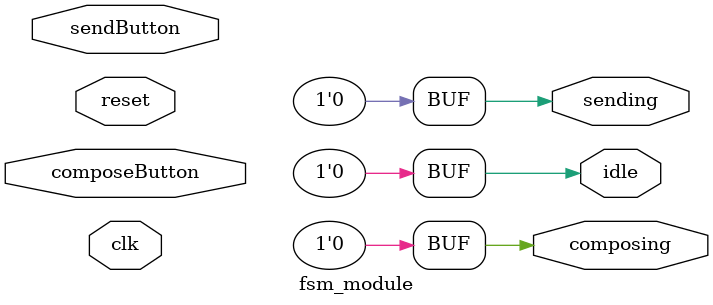
<source format=v>
module fsm_module ( 
  input clk,
  input reset,
  input composeButton,
  input sendButton,
  output reg idle,
  output reg composing,
  output reg sending
);

  parameter IDLE = 2'b00;
  parameter COMPOSING = 2'b01;
  parameter SENDING = 2'b10;

  reg [1:0] current_state;
  reg [1:0] next_state;

  always @(posedge clk or posedge reset) begin
    if (reset) begin
      current_state <= IDLE;
    end else begin
      current_state <= next_state;
    end
  end

  always @(current_state or composeButton or sendButton) begin
    case (current_state)
      IDLE:
        begin
          idle = 1;
          composing = 0;
          sending = 0;
          next_state = (composeButton) ? COMPOSING : IDLE;
        end
      COMPOSING:
        begin
          idle = 0;
          composing = 1;
          sending = 0;
          next_state = (sendButton) ? SENDING : COMPOSING;
        end
      SENDING:
        begin
          idle = 0;
          composing = 0;
          sending = 1;
          next_state = IDLE;
        end
      default:
        begin
          idle = 1;
          composing = 0;
          sending = 0;
          next_state = IDLE;
        end
    endcase
  end
  always begin
    if(1) begin
      idle = 0;
      composing = 0;
      sending = 0;
    end
  end
endmodule
</source>
